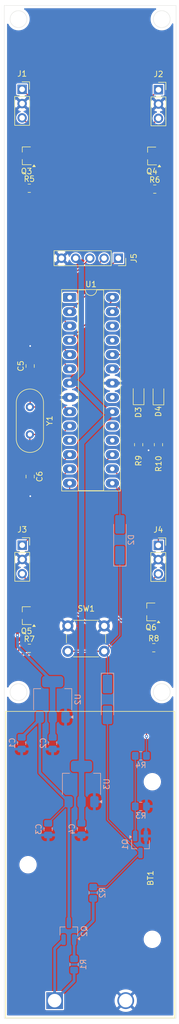
<source format=kicad_pcb>
(kicad_pcb (version 20241229) (generator "pcbnew") (generator_version "9.0")
  (layers (0 "F.Cu" signal) (2 "B.Cu" signal) (13 "F.Paste" user) (15 "B.Paste" user) (5 "F.SilkS" user "F.Silkscreen") (7 "B.SilkS" user "B.Silkscreen") (1 "F.Mask" user) (3 "B.Mask" user) (25 "Edge.Cuts" user))
  (net 0 "")
  (net 1 "+BATT")
  (net 2 "-BATT")
  (net 3 "+9V")
  (net 4 "+5V")
  (net 5 "+3.3V")
  (net 6 "XTAL1")
  (net 7 "XTAL2")
  (net 8 "Net-(D1-K)")
  (net 9 "Net-(D1-A)")
  (net 10 "POWER_OFF_SIGNAL")
  (net 11 "BT_STATUS")
  (net 12 "Net-(D3-K)")
  (net 13 "Net-(D4-K)")
  (net 14 "MCU_STATUS")
  (net 15 "Net-(J1-Pin_3)")
  (net 16 "Net-(J2-Pin_3)")
  (net 17 "Net-(J3-Pin_3)")
  (net 18 "Net-(J4-Pin_3)")
  (net 19 "TXD")
  (net 20 "STAT")
  (net 21 "RXD")
  (net 22 "Net-(Q1-B)")
  (net 23 "Net-(Q2-B)")
  (net 24 "Net-(Q3-B)")
  (net 25 "Net-(Q4-B)")
  (net 26 "Net-(Q5-B)")
  (net 27 "Net-(Q6-B)")
  (net 28 "POWER_CONTROL_PIN")
  (net 29 "IR_TOP_RIGHT")
  (net 30 "IR_BOTTOM_LEFT")
  (net 31 "IR_BOTTOM_RIGHT")
  (net 38 "IR_TOP_LEFT")
  (net 40 "IR_TOP_LEFT_PWR")
  (net 41 "IR_TOP_RIGHT_PWR")
  (net 42 "IR_BOTTOM_LEFT_PWR")
  (net 43 "IR_BOTTOM_RIGHT_PWR")
  (footprint "Connector_PinSocket_2.54mm:PinSocket_1x03_P2.54mm_Vertical" (layer "F.Cu") (at 82.95 50.87)
    (property "Reference" "J1" (at 0 -2.77 0) (layer "F.SilkS"))
    (property "Value" "Conn_01x03_Socket")
    (fp_line (start -1.33 1.27) (end -1.33 6.41) (stroke (width 0.12)) (layer "F.SilkS"))
    (fp_line (start -1.33 1.27) (end 1.33 1.27) (stroke (width 0.12)) (layer "F.SilkS"))
    (fp_line (start -1.33 6.41) (end 1.33 6.41) (stroke (width 0.12)) (layer "F.SilkS"))
    (fp_line (start 0 -1.33) (end 1.33 -1.33) (stroke (width 0.12)) (layer "F.SilkS"))
    (fp_line (start 1.33 -1.33) (end 1.33 0) (stroke (width 0.12)) (layer "F.SilkS"))
    (fp_line (start 1.33 1.27) (end 1.33 6.41) (stroke (width 0.12)) (layer "F.SilkS"))
    (pad "1" thru_hole rect (at 0 0) (size 1.7 1.7) (drill 1) (layers "*.Cu" "*.Mask") (net 38 "IR_TOP_LEFT"))
    (pad "2" thru_hole circle (at 0 2.54) (size 1.7 1.7) (drill 1) (layers "*.Cu" "*.Mask") (net 2 "-BATT"))
    (pad "3" thru_hole circle (at 0 5.08) (size 1.7 1.7) (drill 1) (layers "*.Cu" "*.Mask") (net 15 "Net-(J1-Pin_3)"))
  )
  (footprint "LED_SMD:LED_0805_2012Metric_Pad1.15x1.40mm_HandSolder" (layer "F.Cu") (at 107.31 105.095 90)
    (property "Reference" "D4" (at -3.02 -0.015 90) (layer "F.SilkS"))
    (property "Value" "LED")
    (fp_line (start 1 -0.96) (end -1.86 -0.96) (stroke (width 0.12)) (layer "F.SilkS"))
    (fp_line (start -1.86 -0.96) (end -1.86 0.96) (stroke (width 0.12)) (layer "F.SilkS"))
    (fp_line (start -1.86 0.96) (end 1 0.96) (stroke (width 0.12)) (layer "F.SilkS"))
    (pad "1" smd roundrect (at -1.025 0 90) (size 1.15 1.4) (layers "F.Cu" "F.Mask" "F.Paste") (roundrect_rratio 0.217391) (net 13 "Net-(D4-K)"))
    (pad "2" smd roundrect (at 1.025 0 90) (size 1.15 1.4) (layers "F.Cu" "F.Mask" "F.Paste") (roundrect_rratio 0.217391) (net 14 "MCU_STATUS"))
  )
  (footprint "Resistor_SMD:R_0805_2012Metric_Pad1.20x1.40mm_HandSolder" (layer "F.Cu") (at 106.65 68.61)
    (property "Reference" "R6" (at 0 -1.65 0) (layer "F.SilkS"))
    (property "Value" "2k2")
    (fp_line (start -0.227064 -0.735) (end 0.227064 -0.735) (stroke (width 0.12)) (layer "F.SilkS"))
    (fp_line (start -0.227064 0.735) (end 0.227064 0.735) (stroke (width 0.12)) (layer "F.SilkS"))
    (pad "1" smd roundrect (at -1 0) (size 1.2 1.4) (layers "F.Cu" "F.Mask" "F.Paste") (roundrect_rratio 0.208333) (net 41 "IR_TOP_RIGHT_PWR"))
    (pad "2" smd roundrect (at 1 0) (size 1.2 1.4) (layers "F.Cu" "F.Mask" "F.Paste") (roundrect_rratio 0.208333) (net 25 "Net-(Q4-B)"))
  )
  (footprint "Package_TO_SOT_SMD:SOT-23_Handsoldering" (layer "F.Cu") (at 83.74 144.41 180)
    (property "Reference" "Q5" (at 0 -2.75 0) (layer "F.SilkS"))
    (property "Value" "SS8050")
    (fp_line (start 0.76 1.58) (end 0.76 0.65) (stroke (width 0.12)) (layer "F.SilkS"))
    (fp_line (start 0.76 1.58) (end -0.7 1.58) (stroke (width 0.12)) (layer "F.SilkS"))
    (fp_line (start 0.76 -1.58) (end 0.76 -0.65) (stroke (width 0.12)) (layer "F.SilkS"))
    (fp_line (start -0.04 -1.58) (end 0.76 -1.58) (stroke (width 0.12)) (layer "F.SilkS"))
    (fp_line (start -0.04 -1.58) (end -0.84 -1.58) (stroke (width 0.12)) (layer "F.SilkS"))
    (fp_poly (pts (xy -1.34 -1.61) (xy -1.58 -1.94) (xy -1.1 -1.94) (xy -1.34 -1.61)) (stroke (width 0.12)) (fill yes) (layer "F.SilkS"))
    (pad "1" smd roundrect (at -1.5 -0.95 180) (size 1.9 0.8) (layers "F.Cu" "F.Mask" "F.Paste") (net 26 "Net-(Q5-B)"))
    (pad "2" smd roundrect (at -1.5 0.95 180) (size 1.9 0.8) (layers "F.Cu" "F.Mask" "F.Paste") (net 17 "Net-(J3-Pin_3)"))
    (pad "3" smd roundrect (at 1.5 0 180) (size 1.9 0.8) (layers "F.Cu" "F.Mask" "F.Paste") (net 4 "+5V"))
  )
  (footprint "Resistor_SMD:R_0805_2012Metric_Pad1.20x1.40mm_HandSolder" (layer "F.Cu") (at 106.47 150.1175)
    (property "Reference" "R8" (at 0 -1.65 0) (layer "F.SilkS"))
    (property "Value" "2k2")
    (fp_line (start -0.227064 -0.735) (end 0.227064 -0.735) (stroke (width 0.12)) (layer "F.SilkS"))
    (fp_line (start -0.227064 0.735) (end 0.227064 0.735) (stroke (width 0.12)) (layer "F.SilkS"))
    (pad "1" smd roundrect (at -1 0) (size 1.2 1.4) (layers "F.Cu" "F.Mask" "F.Paste") (roundrect_rratio 0.208333) (net 43 "IR_BOTTOM_RIGHT_PWR"))
    (pad "2" smd roundrect (at 1 0) (size 1.2 1.4) (layers "F.Cu" "F.Mask" "F.Paste") (roundrect_rratio 0.208333) (net 27 "Net-(Q6-B)"))
  )
  (footprint "Connector_PinSocket_2.54mm:PinSocket_1x05_P2.54mm_Vertical" (layer "F.Cu") (at 100.14 80.89 -90)
    (property "Reference" "J5" (at 0 -2.77 90) (layer "F.SilkS"))
    (property "Value" "Conn_01x05_Socket")
    (fp_line (start -1.33 11.49) (end 1.33 11.49) (stroke (width 0.12)) (layer "F.SilkS"))
    (fp_line (start -1.33 1.27) (end -1.33 11.49) (stroke (width 0.12)) (layer "F.SilkS"))
    (fp_line (start -1.33 1.27) (end 1.33 1.27) (stroke (width 0.12)) (layer "F.SilkS"))
    (fp_line (start 1.33 1.27) (end 1.33 11.49) (stroke (width 0.12)) (layer "F.SilkS"))
    (fp_line (start 0 -1.33) (end 1.33 -1.33) (stroke (width 0.12)) (layer "F.SilkS"))
    (fp_line (start 1.33 -1.33) (end 1.33 0) (stroke (width 0.12)) (layer "F.SilkS"))
    (pad "1" thru_hole rect (at 0 0 270) (size 1.7 1.7) (drill 1) (layers "*.Cu" "*.Mask") (net 20 "STAT"))
    (pad "2" thru_hole circle (at 0 2.54 270) (size 1.7 1.7) (drill 1) (layers "*.Cu" "*.Mask") (net 19 "TXD"))
    (pad "3" thru_hole circle (at 0 5.08 270) (size 1.7 1.7) (drill 1) (layers "*.Cu" "*.Mask") (net 21 "RXD"))
    (pad "4" thru_hole circle (at 0 7.62 270) (size 1.7 1.7) (drill 1) (layers "*.Cu" "*.Mask") (net 5 "+3.3V"))
    (pad "5" thru_hole circle (at 0 10.16 270) (size 1.7 1.7) (drill 1) (layers "*.Cu" "*.Mask") (net 2 "-BATT"))
  )
  (footprint "LED_SMD:LED_0805_2012Metric_Pad1.15x1.40mm_HandSolder" (layer "F.Cu") (at 103.76 105.065 90)
    (property "Reference" "D3" (at -3.225 -0.04 90) (layer "F.SilkS"))
    (property "Value" "LED")
    (fp_line (start 1 -0.96) (end -1.86 -0.96) (stroke (width 0.12)) (layer "F.SilkS"))
    (fp_line (start -1.86 -0.96) (end -1.86 0.96) (stroke (width 0.12)) (layer "F.SilkS"))
    (fp_line (start -1.86 0.96) (end 1 0.96) (stroke (width 0.12)) (layer "F.SilkS"))
    (pad "1" smd roundrect (at -1.025 0 90) (size 1.15 1.4) (layers "F.Cu" "F.Mask" "F.Paste") (roundrect_rratio 0.217391) (net 12 "Net-(D3-K)"))
    (pad "2" smd roundrect (at 1.025 0 90) (size 1.15 1.4) (layers "F.Cu" "F.Mask" "F.Paste") (roundrect_rratio 0.217391) (net 11 "BT_STATUS"))
  )
  (footprint "Package_TO_SOT_SMD:SOT-23_Handsoldering" (layer "F.Cu") (at 106.13 62.72 180)
    (property "Reference" "Q4" (at 0 -2.75 0) (layer "F.SilkS"))
    (property "Value" "SS8050")
    (fp_line (start 0.76 1.58) (end 0.76 0.65) (stroke (width 0.12)) (layer "F.SilkS"))
    (fp_line (start 0.76 1.58) (end -0.7 1.58) (stroke (width 0.12)) (layer "F.SilkS"))
    (fp_line (start 0.76 -1.58) (end 0.76 -0.65) (stroke (width 0.12)) (layer "F.SilkS"))
    (fp_line (start -0.04 -1.58) (end 0.76 -1.58) (stroke (width 0.12)) (layer "F.SilkS"))
    (fp_line (start -0.04 -1.58) (end -0.84 -1.58) (stroke (width 0.12)) (layer "F.SilkS"))
    (fp_poly (pts (xy -1.34 -1.61) (xy -1.58 -1.94) (xy -1.1 -1.94) (xy -1.34 -1.61)) (stroke (width 0.12)) (fill yes) (layer "F.SilkS"))
    (pad "1" smd roundrect (at -1.5 -0.95 180) (size 1.9 0.8) (layers "F.Cu" "F.Mask" "F.Paste") (net 25 "Net-(Q4-B)"))
    (pad "2" smd roundrect (at -1.5 0.95 180) (size 1.9 0.8) (layers "F.Cu" "F.Mask" "F.Paste") (net 16 "Net-(J2-Pin_3)"))
    (pad "3" smd roundrect (at 1.5 0 180) (size 1.9 0.8) (layers "F.Cu" "F.Mask" "F.Paste") (net 4 "+5V"))
  )
  (footprint "Connector_PinSocket_2.54mm:PinSocket_1x03_P2.54mm_Vertical" (layer "F.Cu") (at 82.97 131.89)
    (property "Reference" "J3" (at 0 -2.77 0) (layer "F.SilkS"))
    (property "Value" "Conn_01x03_Socket")
    (fp_line (start -1.33 1.27) (end -1.33 6.41) (stroke (width 0.12)) (layer "F.SilkS"))
    (fp_line (start -1.33 1.27) (end 1.33 1.27) (stroke (width 0.12)) (layer "F.SilkS"))
    (fp_line (start -1.33 6.41) (end 1.33 6.41) (stroke (width 0.12)) (layer "F.SilkS"))
    (fp_line (start 0 -1.33) (end 1.33 -1.33) (stroke (width 0.12)) (layer "F.SilkS"))
    (fp_line (start 1.33 -1.33) (end 1.33 0) (stroke (width 0.12)) (layer "F.SilkS"))
    (fp_line (start 1.33 1.27) (end 1.33 6.41) (stroke (width 0.12)) (layer "F.SilkS"))
    (pad "1" thru_hole rect (at 0 0) (size 1.7 1.7) (drill 1) (layers "*.Cu" "*.Mask") (net 30 "IR_BOTTOM_LEFT"))
    (pad "2" thru_hole circle (at 0 2.54) (size 1.7 1.7) (drill 1) (layers "*.Cu" "*.Mask") (net 2 "-BATT"))
    (pad "3" thru_hole circle (at 0 5.08) (size 1.7 1.7) (drill 1) (layers "*.Cu" "*.Mask") (net 17 "Net-(J3-Pin_3)"))
  )
  (footprint "Resistor_SMD:R_0805_2012Metric_Pad1.20x1.40mm_HandSolder" (layer "F.Cu") (at 103.77 114.03 90)
    (property "Reference" "R9" (at -2.85 -0.02 90) (layer "F.SilkS"))
    (property "Value" "1k")
    (fp_line (start -0.227064 -0.735) (end 0.227064 -0.735) (stroke (width 0.12)) (layer "F.SilkS"))
    (fp_line (start -0.227064 0.735) (end 0.227064 0.735) (stroke (width 0.12)) (layer "F.SilkS"))
    (pad "1" smd roundrect (at -1 0 90) (size 1.2 1.4) (layers "F.Cu" "F.Mask" "F.Paste") (roundrect_rratio 0.208333) (net 2 "-BATT"))
    (pad "2" smd roundrect (at 1 0 90) (size 1.2 1.4) (layers "F.Cu" "F.Mask" "F.Paste") (roundrect_rratio 0.208333) (net 12 "Net-(D3-K)"))
  )
  (footprint "Capacitor_SMD:C_0805_2012Metric_Pad1.18x1.45mm_HandSolder" (layer "F.Cu") (at 84.387 100.0481 90)
    (property "Reference" "C5" (at 0 -1.68 90) (layer "F.SilkS"))
    (property "Value" "22pF")
    (fp_line (start -0.261252 -0.735) (end 0.261252 -0.735) (stroke (width 0.12)) (layer "F.SilkS"))
    (fp_line (start -0.261252 0.735) (end 0.261252 0.735) (stroke (width 0.12)) (layer "F.SilkS"))
    (pad "1" smd roundrect (at -1.0375 0 90) (size 1.175 1.45) (layers "F.Cu" "F.Mask" "F.Paste") (roundrect_rratio 0.212766) (net 6 "XTAL1"))
    (pad "2" smd roundrect (at 1.0375 0 90) (size 1.175 1.45) (layers "F.Cu" "F.Mask" "F.Paste") (roundrect_rratio 0.212766) (net 2 "-BATT"))
  )
  (footprint "Capacitor_SMD:C_0805_2012Metric_Pad1.18x1.45mm_HandSolder" (layer "F.Cu") (at 84.387 119.6906 -90)
    (property "Reference" "C6" (at 0 -1.68 90) (layer "F.SilkS"))
    (property "Value" "22pF")
    (fp_line (start -0.261252 0.735) (end 0.261252 0.735) (stroke (width 0.12)) (layer "F.SilkS"))
    (fp_line (start -0.261252 -0.735) (end 0.261252 -0.735) (stroke (width 0.12)) (layer "F.SilkS"))
    (pad "1" smd roundrect (at -1.0375 0 270) (size 1.175 1.45) (layers "F.Cu" "F.Mask" "F.Paste") (roundrect_rratio 0.212766) (net 7 "XTAL2"))
    (pad "2" smd roundrect (at 1.0375 0 270) (size 1.175 1.45) (layers "F.Cu" "F.Mask" "F.Paste") (roundrect_rratio 0.212766) (net 2 "-BATT"))
  )
  (footprint "Battery:BatteryHolder_Eagle_12BH611-GR" (layer "F.Cu") (at 88.7598 212.832 -90)
    (property "Reference" "BT1" (at -21.772 -17.1302 90) (layer "F.SilkS"))
    (property "Value" "Battery_Cell")
    (fp_line (start -51.4 8.75) (end -51.4 -21.45) (stroke (width 0.12)) (layer "F.SilkS"))
    (fp_line (start 3.1 8.75) (end -51.4 8.75) (stroke (width 0.12)) (layer "F.SilkS"))
    (fp_line (start -51.4 -21.45) (end 3.1 -21.45) (stroke (width 0.12)) (layer "F.SilkS"))
    (fp_line (start 3.1 -21.45) (end 3.1 8.75) (stroke (width 0.12)) (layer "F.SilkS"))
    (pad "" np_thru_hole circle (at -38.9 -17.45 270) (size 2.6 2.6) (drill 2.6) (layers "*.Cu" "*.Mask"))
    (pad "" np_thru_hole circle (at -24.15 4.75 270) (size 2.6 2.6) (drill 2.6) (layers "*.Cu" "*.Mask"))
    (pad "" np_thru_hole circle (at -10.9 -17.45 270) (size 2.6 2.6) (drill 2.6) (layers "*.Cu" "*.Mask"))
    (pad "1" thru_hole rect (at 0 0 270) (size 3 3) (drill 2.4) (layers "*.Cu" "*.Mask") (net 1 "+BATT"))
    (pad "2" thru_hole circle (at 0 -12.7 270) (size 3 3) (drill 2.4) (layers "*.Cu" "*.Mask") (net 2 "-BATT"))
  )
  (footprint "Connector_PinSocket_2.54mm:PinSocket_1x03_P2.54mm_Vertical" (layer "F.Cu") (at 107.28 131.92)
    (property "Reference" "J4" (at 0 -2.77 0) (layer "F.SilkS"))
    (property "Value" "Conn_01x03_Socket")
    (fp_line (start -1.33 1.27) (end -1.33 6.41) (stroke (width 0.12)) (layer "F.SilkS"))
    (fp_line (start -1.33 1.27) (end 1.33 1.27) (stroke (width 0.12)) (layer "F.SilkS"))
    (fp_line (start -1.33 6.41) (end 1.33 6.41) (stroke (width 0.12)) (layer "F.SilkS"))
    (fp_line (start 0 -1.33) (end 1.33 -1.33) (stroke (width 0.12)) (layer "F.SilkS"))
    (fp_line (start 1.33 -1.33) (end 1.33 0) (stroke (width 0.12)) (layer "F.SilkS"))
    (fp_line (start 1.33 1.27) (end 1.33 6.41) (stroke (width 0.12)) (layer "F.SilkS"))
    (pad "1" thru_hole rect (at 0 0) (size 1.7 1.7) (drill 1) (layers "*.Cu" "*.Mask") (net 31 "IR_BOTTOM_RIGHT"))
    (pad "2" thru_hole circle (at 0 2.54) (size 1.7 1.7) (drill 1) (layers "*.Cu" "*.Mask") (net 2 "-BATT"))
    (pad "3" thru_hole circle (at 0 5.08) (size 1.7 1.7) (drill 1) (layers "*.Cu" "*.Mask") (net 18 "Net-(J4-Pin_3)"))
  )
  (footprint "Resistor_SMD:R_0805_2012Metric_Pad1.20x1.40mm_HandSolder" (layer "F.Cu") (at 84.23 68.4575)
    (property "Reference" "R5" (at 0 -1.65 0) (layer "F.SilkS"))
    (property "Value" "2k2")
    (fp_line (start -0.227064 -0.735) (end 0.227064 -0.735) (stroke (width 0.12)) (layer "F.SilkS"))
    (fp_line (start -0.227064 0.735) (end 0.227064 0.735) (stroke (width 0.12)) (layer "F.SilkS"))
    (pad "1" smd roundrect (at -1 0) (size 1.2 1.4) (layers "F.Cu" "F.Mask" "F.Paste") (roundrect_rratio 0.208333) (net 40 "IR_TOP_LEFT_PWR"))
    (pad "2" smd roundrect (at 1 0) (size 1.2 1.4) (layers "F.Cu" "F.Mask" "F.Paste") (roundrect_rratio 0.208333) (net 24 "Net-(Q3-B)"))
  )
  (footprint "Crystal:Crystal_HC49-4H_Vertical" (layer "F.Cu") (at 84.338 107.3318 -90)
    (property "Reference" "Y1" (at 2.44 -3.52 90) (layer "F.SilkS"))
    (property "Value" "9.6MHz")
    (fp_line (start -0.76 2.435) (end 5.64 2.435) (stroke (width 0.12)) (layer "F.SilkS"))
    (fp_line (start -0.76 -2.435) (end 5.64 -2.435) (stroke (width 0.12)) (layer "F.SilkS"))
    (fp_arc (start -0.76 2.435) (mid -3.195 0) (end -0.76 -2.435) (stroke (width 0.12)) (layer "F.SilkS"))
    (fp_arc (start 5.64 -2.435) (mid 8.075 0) (end 5.64 2.435) (stroke (width 0.12)) (layer "F.SilkS"))
    (pad "1" thru_hole circle (at 0 0 270) (size 1.5 1.5) (drill 0.8) (layers "*.Cu" "*.Mask") (net 6 "XTAL1"))
    (pad "2" thru_hole circle (at 4.88 0 270) (size 1.5 1.5) (drill 0.8) (layers "*.Cu" "*.Mask") (net 7 "XTAL2"))
  )
  (footprint "Package_DIP:DIP-28_W7.62mm_Socket_LongPads" (layer "F.Cu") (at 91.45 87.85)
    (property "Reference" "U1" (at 3.81 -2.33 0) (layer "F.SilkS"))
    (property "Value" "ATmega328P-P")
    (fp_line (start 1.56 -1.33) (end 1.56 34.35) (stroke (width 0.12)) (layer "F.SilkS"))
    (fp_line (start 1.56 34.35) (end 6.06 34.35) (stroke (width 0.12)) (layer "F.SilkS"))
    (fp_line (start 2.81 -1.33) (end 1.56 -1.33) (stroke (width 0.12)) (layer "F.SilkS"))
    (fp_line (start 6.06 -1.33) (end 4.81 -1.33) (stroke (width 0.12)) (layer "F.SilkS"))
    (fp_line (start 6.06 34.35) (end 6.06 -1.33) (stroke (width 0.12)) (layer "F.SilkS"))
    (fp_rect (start -1.44 -1.39) (end 9.06 34.41) (stroke (width 0.12)) (fill no) (layer "F.SilkS"))
    (fp_arc (start 4.81 -1.33) (mid 3.81 -0.33) (end 2.81 -1.33) (stroke (width 0.12)) (layer "F.SilkS"))
    (pad "1" thru_hole roundrect (at 0 0) (size 2.4 1.6) (drill 0.8) (layers "*.Cu" "*.Mask") (roundrect_rratio 0.15625))
    (pad "2" thru_hole oval (at 0 2.54) (size 2.4 1.6) (drill 0.8) (layers "*.Cu" "*.Mask") (net 19 "TXD"))
    (pad "3" thru_hole oval (at 0 5.08) (size 2.4 1.6) (drill 0.8) (layers "*.Cu" "*.Mask") (net 21 "RXD"))
    (pad "4" thru_hole oval (at 0 7.62) (size 2.4 1.6) (drill 0.8) (layers "*.Cu" "*.Mask") (net 20 "STAT"))
    (pad "5" thru_hole oval (at 0 10.16) (size 2.4 1.6) (drill 0.8) (layers "*.Cu" "*.Mask") (net 38 "IR_TOP_LEFT"))
    (pad "6" thru_hole oval (at 0 12.7) (size 2.4 1.6) (drill 0.8) (layers "*.Cu" "*.Mask") (net 40 "IR_TOP_LEFT_PWR"))
    (pad "7" thru_hole oval (at 0 15.24) (size 2.4 1.6) (drill 0.8) (layers "*.Cu" "*.Mask") (net 5 "+3.3V"))
    (pad "8" thru_hole oval (at 0 17.78) (size 2.4 1.6) (drill 0.8) (layers "*.Cu" "*.Mask") (net 2 "-BATT"))
    (pad "9" thru_hole oval (at 0 20.32) (size 2.4 1.6) (drill 0.8) (layers "*.Cu" "*.Mask") (net 6 "XTAL1"))
    (pad "10" thru_hole oval (at 0 22.86) (size 2.4 1.6) (drill 0.8) (layers "*.Cu" "*.Mask") (net 7 "XTAL2"))
    (pad "11" thru_hole oval (at 0 25.4) (size 2.4 1.6) (drill 0.8) (layers "*.Cu" "*.Mask"))
    (pad "12" thru_hole oval (at 0 27.94) (size 2.4 1.6) (drill 0.8) (layers "*.Cu" "*.Mask") (net 30 "IR_BOTTOM_LEFT"))
    (pad "13" thru_hole oval (at 0 30.48) (size 2.4 1.6) (drill 0.8) (layers "*.Cu" "*.Mask") (net 42 "IR_BOTTOM_LEFT_PWR"))
    (pad "14" thru_hole oval (at 0 33.02) (size 2.4 1.6) (drill 0.8) (layers "*.Cu" "*.Mask") (net 28 "POWER_CONTROL_PIN"))
    (pad "15" thru_hole oval (at 7.62 33.02) (size 2.4 1.6) (drill 0.8) (layers "*.Cu" "*.Mask") (net 10 "POWER_OFF_SIGNAL"))
    (pad "16" thru_hole oval (at 7.62 30.48) (size 2.4 1.6) (drill 0.8) (layers "*.Cu" "*.Mask") (net 31 "IR_BOTTOM_RIGHT"))
    (pad "17" thru_hole oval (at 7.62 27.94) (size 2.4 1.6) (drill 0.8) (layers "*.Cu" "*.Mask") (net 43 "IR_BOTTOM_RIGHT_PWR"))
    (pad "18" thru_hole oval (at 7.62 25.4) (size 2.4 1.6) (drill 0.8) (layers "*.Cu" "*.Mask"))
    (pad "19" thru_hole oval (at 7.62 22.86) (size 2.4 1.6) (drill 0.8) (layers "*.Cu" "*.Mask"))
    (pad "20" thru_hole oval (at 7.62 20.32) (size 2.4 1.6) (drill 0.8) (layers "*.Cu" "*.Mask") (net 5 "+3.3V"))
    (pad "21" thru_hole oval (at 7.62 17.78) (size 2.4 1.6) (drill 0.8) (layers "*.Cu" "*.Mask"))
    (pad "22" thru_hole oval (at 7.62 15.24) (size 2.4 1.6) (drill 0.8) (layers "*.Cu" "*.Mask") (net 2 "-BATT"))
    (pad "23" thru_hole oval (at 7.62 12.7) (size 2.4 1.6) (drill 0.8) (layers "*.Cu" "*.Mask") (net 11 "BT_STATUS"))
    (pad "24" thru_hole oval (at 7.62 10.16) (size 2.4 1.6) (drill 0.8) (layers "*.Cu" "*.Mask") (net 14 "MCU_STATUS"))
    (pad "25" thru_hole oval (at 7.62 7.62) (size 2.4 1.6) (drill 0.8) (layers "*.Cu" "*.Mask"))
    (pad "26" thru_hole oval (at 7.62 5.08) (size 2.4 1.6) (drill 0.8) (layers "*.Cu" "*.Mask"))
    (pad "27" thru_hole oval (at 7.62 2.54) (size 2.4 1.6) (drill 0.8) (layers "*.Cu" "*.Mask") (net 29 "IR_TOP_RIGHT"))
    (pad "28" thru_hole oval (at 7.62 0) (size 2.4 1.6) (drill 0.8) (layers "*.Cu" "*.Mask") (net 41 "IR_TOP_RIGHT_PWR"))
  )
  (footprint "Resistor_SMD:R_0805_2012Metric_Pad1.20x1.40mm_HandSolder" (layer "F.Cu") (at 107.31 114.03 90)
    (property "Reference" "R10" (at -3.38 0.02 90) (layer "F.SilkS"))
    (property "Value" "1k")
    (fp_line (start -0.227064 -0.735) (end 0.227064 -0.735) (stroke (width 0.12)) (layer "F.SilkS"))
    (fp_line (start -0.227064 0.735) (end 0.227064 0.735) (stroke (width 0.12)) (layer "F.SilkS"))
    (pad "1" smd roundrect (at -1 0 90) (size 1.2 1.4) (layers "F.Cu" "F.Mask" "F.Paste") (roundrect_rratio 0.208333) (net 2 "-BATT"))
    (pad "2" smd roundrect (at 1 0 90) (size 1.2 1.4) (layers "F.Cu" "F.Mask" "F.Paste") (roundrect_rratio 0.208333) (net 13 "Net-(D4-K)"))
  )
  (footprint "Package_TO_SOT_SMD:SOT-23_Handsoldering" (layer "F.Cu") (at 105.98 143.7475 180)
    (property "Reference" "Q6" (at 0 -2.75 0) (layer "F.SilkS"))
    (property "Value" "SS8050")
    (fp_line (start 0.76 1.58) (end 0.76 0.65) (stroke (width 0.12)) (layer "F.SilkS"))
    (fp_line (start 0.76 1.58) (end -0.7 1.58) (stroke (width 0.12)) (layer "F.SilkS"))
    (fp_line (start 0.76 -1.58) (end 0.76 -0.65) (stroke (width 0.12)) (layer "F.SilkS"))
    (fp_line (start -0.04 -1.58) (end 0.76 -1.58) (stroke (width 0.12)) (layer "F.SilkS"))
    (fp_line (start -0.04 -1.58) (end -0.84 -1.58) (stroke (width 0.12)) (layer "F.SilkS"))
    (fp_poly (pts (xy -1.34 -1.61) (xy -1.58 -1.94) (xy -1.1 -1.94) (xy -1.34 -1.61)) (stroke (width 0.12)) (fill yes) (layer "F.SilkS"))
    (pad "1" smd roundrect (at -1.5 -0.95 180) (size 1.9 0.8) (layers "F.Cu" "F.Mask" "F.Paste") (net 27 "Net-(Q6-B)"))
    (pad "2" smd roundrect (at -1.5 0.95 180) (size 1.9 0.8) (layers "F.Cu" "F.Mask" "F.Paste") (net 18 "Net-(J4-Pin_3)"))
    (pad "3" smd roundrect (at 1.5 0 180) (size 1.9 0.8) (layers "F.Cu" "F.Mask" "F.Paste") (net 4 "+5V"))
  )
  (footprint "Package_TO_SOT_SMD:SOT-23_Handsoldering" (layer "F.Cu") (at 83.74 62.6875 180)
    (property "Reference" "Q3" (at 0 -2.75 0) (layer "F.SilkS"))
    (property "Value" "SS8050")
    (fp_line (start 0.76 1.58) (end 0.76 0.65) (stroke (width 0.12)) (layer "F.SilkS"))
    (fp_line (start 0.76 1.58) (end -0.7 1.58) (stroke (width 0.12)) (layer "F.SilkS"))
    (fp_line (start 0.76 -1.58) (end 0.76 -0.65) (stroke (width 0.12)) (layer "F.SilkS"))
    (fp_line (start -0.04 -1.58) (end 0.76 -1.58) (stroke (width 0.12)) (layer "F.SilkS"))
    (fp_line (start -0.04 -1.58) (end -0.84 -1.58) (stroke (width 0.12)) (layer "F.SilkS"))
    (fp_poly (pts (xy -1.34 -1.61) (xy -1.58 -1.94) (xy -1.1 -1.94) (xy -1.34 -1.61)) (stroke (width 0.12)) (fill yes) (layer "F.SilkS"))
    (pad "1" smd roundrect (at -1.5 -0.95 180) (size 1.9 0.8) (layers "F.Cu" "F.Mask" "F.Paste") (net 24 "Net-(Q3-B)"))
    (pad "2" smd roundrect (at -1.5 0.95 180) (size 1.9 0.8) (layers "F.Cu" "F.Mask" "F.Paste") (net 15 "Net-(J1-Pin_3)"))
    (pad "3" smd roundrect (at 1.5 0 180) (size 1.9 0.8) (layers "F.Cu" "F.Mask" "F.Paste") (net 4 "+5V"))
  )
  (footprint "Button_Switch_THT:SW_PUSH_6mm_H5mm" (layer "F.Cu") (at 91.12 146.24)
    (property "Reference" "SW1" (at 3.28 -3.07 0) (layer "F.SilkS"))
    (property "Value" "SW_Push")
    (fp_line (start -0.25 1.5) (end -0.25 3) (stroke (width 0.12)) (layer "F.SilkS"))
    (fp_line (start 1 5.5) (end 5.5 5.5) (stroke (width 0.12)) (layer "F.SilkS"))
    (fp_line (start 5.5 -1) (end 1 -1) (stroke (width 0.12)) (layer "F.SilkS"))
    (fp_line (start 6.75 3) (end 6.75 1.5) (stroke (width 0.12)) (layer "F.SilkS"))
    (pad "1" thru_hole circle (at 0 0 90) (size 2 2) (drill 1.1) (layers "*.Cu" "*.Mask") (net 2 "-BATT"))
    (pad "1" thru_hole circle (at 6.5 0 90) (size 2 2) (drill 1.1) (layers "*.Cu" "*.Mask") (net 2 "-BATT"))
    (pad "2" thru_hole circle (at 0 4.5 90) (size 2 2) (drill 1.1) (layers "*.Cu" "*.Mask") (net 8 "Net-(D1-K)"))
    (pad "2" thru_hole circle (at 6.5 4.5 90) (size 2 2) (drill 1.1) (layers "*.Cu" "*.Mask") (net 8 "Net-(D1-K)"))
  )
  (footprint "Connector_PinSocket_2.54mm:PinSocket_1x03_P2.54mm_Vertical" (layer "F.Cu") (at 107.31 50.95)
    (property "Reference" "J2" (at 0 -2.77 0) (layer "F.SilkS"))
    (property "Value" "Conn_01x03_Socket")
    (fp_line (start -1.33 1.27) (end -1.33 6.41) (stroke (width 0.12)) (layer "F.SilkS"))
    (fp_line (start -1.33 1.27) (end 1.33 1.27) (stroke (width 0.12)) (layer "F.SilkS"))
    (fp_line (start -1.33 6.41) (end 1.33 6.41) (stroke (width 0.12)) (layer "F.SilkS"))
    (fp_line (start 0 -1.33) (end 1.33 -1.33) (stroke (width 0.12)) (layer "F.SilkS"))
    (fp_line (start 1.33 -1.33) (end 1.33 0) (stroke (width 0.12)) (layer "F.SilkS"))
    (fp_line (start 1.33 1.27) (end 1.33 6.41) (stroke (width 0.12)) (layer "F.SilkS"))
    (pad "1" thru_hole rect (at 0 0) (size 1.7 1.7) (drill 1) (layers "*.Cu" "*.Mask") (net 29 "IR_TOP_RIGHT"))
    (pad "2" thru_hole circle (at 0 2.54) (size 1.7 1.7) (drill 1) (layers "*.Cu" "*.Mask") (net 2 "-BATT"))
    (pad "3" thru_hole circle (at 0 5.08) (size 1.7 1.7) (drill 1) (layers "*.Cu" "*.Mask") (net 16 "Net-(J2-Pin_3)"))
  )
  (footprint "Resistor_SMD:R_0805_2012Metric_Pad1.20x1.40mm_HandSolder" (layer "F.Cu") (at 84.24 150.22)
    (property "Reference" "R7" (at 0 -1.65 0) (layer "F.SilkS"))
    (property "Value" "2k2")
    (fp_line (start -0.227064 -0.735) (end 0.227064 -0.735) (stroke (width 0.12)) (layer "F.SilkS"))
    (fp_line (start -0.227064 0.735) (end 0.227064 0.735) (stroke (width 0.12)) (layer "F.SilkS"))
    (pad "1" smd roundrect (at -1 0) (size 1.2 1.4) (layers "F.Cu" "F.Mask" "F.Paste") (roundrect_rratio 0.208333) (net 42 "IR_BOTTOM_LEFT_PWR"))
    (pad "2" smd roundrect (at 1 0) (size 1.2 1.4) (layers "F.Cu" "F.Mask" "F.Paste") (roundrect_rratio 0.208333) (net 26 "Net-(Q5-B)"))
  )
  (footprint "Diode_SMD:D_MiniMELF_Handsoldering" (layer "B.Cu") (at 98.2 159.3 -90)
    (property "Reference" "D1" (hide yes))
    (property "Value" "LL4148")
    (fp_line (start -4.66 1.11) (end -4.66 -1.11) (stroke (width 0.12)) (layer "B.SilkS"))
    (fp_line (start 2.75 1.11) (end -4.66 1.11) (stroke (width 0.12)) (layer "B.SilkS"))
    (fp_line (start -4.66 -1.11) (end 2.75 -1.11) (stroke (width 0.12)) (layer "B.SilkS"))
    (pad "1" smd roundrect (at -2.75 0 270) (size 3.3 1.7) (layers "B.Cu" "B.Mask" "B.Paste") (roundrect_rratio 0.1470588235) (net 8 "Net-(D1-K)"))
    (pad "2" smd roundrect (at 2.75 0 270) (size 3.3 1.7) (layers "B.Cu" "B.Mask" "B.Paste") (roundrect_rratio 0.1470588235) (net 9 "Net-(D1-A)"))
  )
  (footprint "Diode_SMD:D_MiniMELF_Handsoldering" (layer "B.Cu") (at 100.42 130.94 90)
    (property "Reference" "D2" (at 0 2 90) (layer "B.SilkS") (effects (justify mirror)))
    (property "Value" "LL4148")
    (fp_line (start -4.66 -1.11) (end 2.75 -1.11) (stroke (width 0.12)) (layer "B.SilkS"))
    (fp_line (start 2.75 1.11) (end -4.66 1.11) (stroke (width 0.12)) (layer "B.SilkS"))
    (fp_line (start -4.66 1.11) (end -4.66 -1.11) (stroke (width 0.12)) (layer "B.SilkS"))
    (pad "1" smd roundrect (at -2.75 0 90) (size 3.3 1.7) (layers "B.Cu" "B.Mask" "B.Paste") (roundrect_rratio 0.1470588235) (net 8 "Net-(D1-K)"))
    (pad "2" smd roundrect (at 2.75 0 90) (size 3.3 1.7) (layers "B.Cu" "B.Mask" "B.Paste") (roundrect_rratio 0.1470588235) (net 10 "POWER_OFF_SIGNAL"))
  )
  (footprint "Resistor_SMD:R_0805_2012Metric_Pad1.20x1.40mm_HandSolder" (layer "B.Cu") (at 104.16 178.32)
    (property "Reference" "R3" (at 0 1.65 0) (layer "B.SilkS") (effects (justify mirror)))
    (property "Value" "67k")
    (fp_line (start -0.227064 -0.735) (end 0.227064 -0.735) (stroke (width 0.12)) (layer "B.SilkS"))
    (fp_line (start -0.227064 0.735) (end 0.227064 0.735) (stroke (width 0.12)) (layer "B.SilkS"))
    (pad "1" smd roundrect (at -1 0) (size 1.2 1.4) (layers "B.Cu" "B.Mask" "B.Paste") (roundrect_rratio 0.208333) (net 22 "Net-(Q1-B)"))
    (pad "2" smd roundrect (at 1 0) (size 1.2 1.4) (layers "B.Cu" "B.Mask" "B.Paste") (roundrect_rratio 0.208333) (net 2 "-BATT"))
  )
  (footprint "Capacitor_SMD:C_0805_2012Metric_Pad1.18x1.45mm_HandSolder" (layer "B.Cu") (at 82.87 167.0775 -90)
    (property "Reference" "C1" (at 0 1.68 90) (layer "B.SilkS") (effects (justify mirror)))
    (property "Value" "10uF")
    (fp_line (start -0.261252 0.735) (end 0.261252 0.735) (stroke (width 0.12)) (layer "B.SilkS"))
    (fp_line (start -0.261252 -0.735) (end 0.261252 -0.735) (stroke (width 0.12)) (layer "B.SilkS"))
    (pad "1" smd roundrect (at -1.0375 0 270) (size 1.175 1.45) (layers "B.Cu" "B.Mask" "B.Paste") (roundrect_rratio 0.212766) (net 3 "+9V"))
    (pad "2" smd roundrect (at 1.0375 0 270) (size 1.175 1.45) (layers "B.Cu" "B.Mask" "B.Paste") (roundrect_rratio 0.212766) (net 2 "-BATT"))
  )
  (footprint "Capacitor_SMD:C_0805_2012Metric_Pad1.18x1.45mm_HandSolder" (layer "B.Cu") (at 88.4 167.0775 -90)
    (property "Reference" "C2" (at 0 1.68 90) (layer "B.SilkS") (effects (justify mirror)))
    (property "Value" "22uF")
    (fp_line (start -0.261252 0.735) (end 0.261252 0.735) (stroke (width 0.12)) (layer "B.SilkS"))
    (fp_line (start -0.261252 -0.735) (end 0.261252 -0.735) (stroke (width 0.12)) (layer "B.SilkS"))
    (pad "1" smd roundrect (at -1.0375 0 270) (size 1.175 1.45) (layers "B.Cu" "B.Mask" "B.Paste") (roundrect_rratio 0.212766) (net 4 "+5V"))
    (pad "2" smd roundrect (at 1.0375 0 270) (size 1.175 1.45) (layers "B.Cu" "B.Mask" "B.Paste") (roundrect_rratio 0.212766) (net 2 "-BATT"))
  )
  (footprint "Capacitor_SMD:C_0805_2012Metric_Pad1.18x1.45mm_HandSolder" (layer "B.Cu") (at 93.55 182.3375 -90)
    (property "Reference" "C4" (at 0 1.68 90) (layer "B.SilkS") (effects (justify mirror)))
    (property "Value" "22uF")
    (fp_line (start -0.261252 0.735) (end 0.261252 0.735) (stroke (width 0.12)) (layer "B.SilkS"))
    (fp_line (start -0.261252 -0.735) (end 0.261252 -0.735) (stroke (width 0.12)) (layer "B.SilkS"))
    (pad "1" smd roundrect (at -1.0375 0 270) (size 1.175 1.45) (layers "B.Cu" "B.Mask" "B.Paste") (roundrect_rratio 0.212766) (net 5 "+3.3V"))
    (pad "2" smd roundrect (at 1.0375 0 270) (size 1.175 1.45) (layers "B.Cu" "B.Mask" "B.Paste") (roundrect_rratio 0.212766) (net 2 "-BATT"))
  )
  (footprint "Package_TO_SOT_SMD:SOT-223-3_TabPin2" (layer "B.Cu") (at 93.56 174.34 90)
    (property "Reference" "U3" (at 0 4.5 90) (layer "B.SilkS") (effects (justify mirror)))
    (property "Value" "AMS1117-3.3")
    (fp_line (start 1.91 -3.41) (end 1.91 -2.15) (stroke (width 0.12)) (layer "B.SilkS"))
    (fp_line (start -1.85 -3.41) (end 1.91 -3.41) (stroke (width 0.12)) (layer "B.SilkS"))
    (fp_line (start 1.91 3.41) (end 1.91 2.15) (stroke (width 0.12)) (layer "B.SilkS"))
    (fp_line (start -1.85 3.41) (end 1.91 3.41) (stroke (width 0.12)) (layer "B.SilkS"))
    (fp_poly (pts (xy -3.13 3.31) (xy -3.37 3.64) (xy -2.89 3.64) (xy -3.13 3.31)) (stroke (width 0.12)) (fill yes) (layer "B.SilkS"))
    (pad "1" smd roundrect (at -3.15 2.3 90) (size 2 1.5) (layers "B.Cu" "B.Mask" "B.Paste") (net 2 "-BATT"))
    (pad "2" smd roundrect (at -3.15 0 90) (size 2 1.5) (layers "B.Cu" "B.Mask" "B.Paste") (net 5 "+3.3V"))
    (pad "2" smd roundrect (at 3.15 0 90) (size 2 3.8) (layers "B.Cu" "B.Mask" "B.Paste") (net 5 "+3.3V"))
    (pad "3" smd roundrect (at -3.15 -2.3 90) (size 2 1.5) (layers "B.Cu" "B.Mask" "B.Paste") (net 3 "+9V"))
  )
  (footprint "Package_TO_SOT_SMD:SOT-223-3_TabPin2" (layer "B.Cu") (at 88.41 159.3 90)
    (property "Reference" "U2" (at 0 4.5 90) (layer "B.SilkS") (effects (justify mirror)))
    (property "Value" "AMS1117-5.0")
    (fp_line (start 1.91 -3.41) (end 1.91 -2.15) (stroke (width 0.12)) (layer "B.SilkS"))
    (fp_line (start -1.85 -3.41) (end 1.91 -3.41) (stroke (width 0.12)) (layer "B.SilkS"))
    (fp_line (start 1.91 3.41) (end 1.91 2.15) (stroke (width 0.12)) (layer "B.SilkS"))
    (fp_line (start -1.85 3.41) (end 1.91 3.41) (stroke (width 0.12)) (layer "B.SilkS"))
    (fp_poly (pts (xy -3.13 3.31) (xy -3.37 3.64) (xy -2.89 3.64) (xy -3.13 3.31)) (stroke (width 0.12)) (fill yes) (layer "B.SilkS"))
    (pad "1" smd roundrect (at -3.15 2.3 90) (size 2 1.5) (layers "B.Cu" "B.Mask" "B.Paste") (net 2 "-BATT"))
    (pad "2" smd roundrect (at -3.15 0 90) (size 2 1.5) (layers "B.Cu" "B.Mask" "B.Paste") (net 4 "+5V"))
    (pad "2" smd roundrect (at 3.15 0 90) (size 2 3.8) (layers "B.Cu" "B.Mask" "B.Paste") (net 4 "+5V"))
    (pad "3" smd roundrect (at -3.15 -2.3 90) (size 2 1.5) (layers "B.Cu" "B.Mask" "B.Paste") (net 3 "+9V"))
  )
  (footprint "Capacitor_SMD:C_0805_2012Metric_Pad1.18x1.45mm_HandSolder" (layer "B.Cu") (at 87.6 182.3575 -90)
    (property "Reference" "C3" (at 0 1.68 90) (layer "B.SilkS") (effects (justify mirror)))
    (property "Value" "10uF")
    (fp_line (start -0.261252 0.735) (end 0.261252 0.735) (stroke (width 0.12)) (layer "B.SilkS"))
    (fp_line (start -0.261252 -0.735) (end 0.261252 -0.735) (stroke (width 0.12)) (layer "B.SilkS"))
    (pad "1" smd roundrect (at -1.0375 0 270) (size 1.175 1.45) (layers "B.Cu" "B.Mask" "B.Paste") (roundrect_rratio 0.212766) (net 3 "+9V"))
    (pad "2" smd roundrect (at 1.0375 0 270) (size 1.175 1.45) (layers "B.Cu" "B.Mask" "B.Paste") (roundrect_rratio 0.212766) (net 2 "-BATT"))
  )
  (footprint "Package_TO_SOT_SMD:SOT-23_Handsoldering" (layer "B.Cu") (at 91.2998 200.4944 90)
    (property "Reference" "Q2" (at 0 2.75 90) (layer "B.SilkS") (effects (justify mirror)))
    (property "Value" "SS8550")
    (fp_line (start 0.76 -1.58) (end -0.7 -1.58) (stroke (width 0.12)) (layer "B.SilkS"))
    (fp_line (start 0.76 -1.58) (end 0.76 -0.65) (stroke (width 0.12)) (layer "B.SilkS"))
    (fp_line (start 0.76 1.58) (end 0.76 0.65) (stroke (width 0.12)) (layer "B.SilkS"))
    (fp_line (start -0.04 1.58) (end 0.76 1.58) (stroke (width 0.12)) (layer "B.SilkS"))
    (fp_line (start -0.04 1.58) (end -0.84 1.58) (stroke (width 0.12)) (layer "B.SilkS"))
    (fp_poly (pts (xy -1.34 1.61) (xy -1.58 1.94) (xy -1.1 1.94) (xy -1.34 1.61)) (stroke (width 0.12)) (fill yes) (layer "B.SilkS"))
    (pad "1" smd roundrect (at -1.5 0.95 90) (size 1.9 0.8) (layers "B.Cu" "B.Mask" "B.Paste") (net 23 "Net-(Q2-B)"))
    (pad "2" smd roundrect (at -1.5 -0.95 90) (size 1.9 0.8) (layers "B.Cu" "B.Mask" "B.Paste") (net 1 "+BATT"))
    (pad "3" smd roundrect (at 1.5 0 90) (size 1.9 0.8) (layers "B.Cu" "B.Mask" "B.Paste") (net 3 "+9V"))
  )
  (footprint "Resistor_SMD:R_0805_2012Metric_Pad1.20x1.40mm_HandSolder" (layer "B.Cu") (at 104.16 169.33)
    (property "Reference" "R4" (at 0 1.65 0) (layer "B.SilkS") (effects (justify mirror)))
    (property "Value" "2k2")
    (fp_line (start -0.227064 -0.735) (end 0.227064 -0.735) (stroke (width 0.12)) (layer "B.SilkS"))
    (fp_line (start -0.227064 0.735) (end 0.227064 0.735) (stroke (width 0.12)) (layer "B.SilkS"))
    (pad "1" smd roundrect (at -1 0) (size 1.2 1.4) (layers "B.Cu" "B.Mask" "B.Paste") (roundrect_rratio 0.208333) (net 22 "Net-(Q1-B)"))
    (pad "2" smd roundrect (at 1 0) (size 1.2 1.4) (layers "B.Cu" "B.Mask" "B.Paste") (roundrect_rratio 0.208333) (net 28 "POWER_CONTROL_PIN"))
  )
  (footprint "Package_TO_SOT_SMD:SOT-23_Handsoldering" (layer "B.Cu") (at 104.1025 185.08 -90)
    (property "Reference" "Q1" (at 0 2.75 90) (layer "B.SilkS") (effects (justify mirror)))
    (property "Value" "SS8050")
    (fp_line (start -0.04 1.58) (end -0.84 1.58) (stroke (width 0.12)) (layer "B.SilkS"))
    (fp_line (start -0.04 1.58) (end 0.76 1.58) (stroke (width 0.12)) (layer "B.SilkS"))
    (fp_line (start 0.76 1.58) (end 0.76 0.65) (stroke (width 0.12)) (layer "B.SilkS"))
    (fp_line (start 0.76 -1.58) (end 0.76 -0.65) (stroke (width 0.12)) (layer "B.SilkS"))
    (fp_line (start 0.76 -1.58) (end -0.7 -1.58) (stroke (width 0.12)) (layer "B.SilkS"))
    (fp_poly (pts (xy -1.34 1.61) (xy -1.58 1.94) (xy -1.1 1.94) (xy -1.34 1.61)) (stroke (width 0.12)) (fill yes) (layer "B.SilkS"))
    (pad "1" smd roundrect (at -1.5 0.95 270) (size 1.9 0.8) (layers "B.Cu" "B.Mask" "B.Paste") (net 22 "Net-(Q1-B)"))
    (pad "2" smd roundrect (at -1.5 -0.95 270) (size 1.9 0.8) (layers "B.Cu" "B.Mask" "B.Paste") (net 2 "-BATT"))
    (pad "3" smd roundrect (at 1.5 0 270) (size 1.9 0.8) (layers "B.Cu" "B.Mask" "B.Paste") (net 9 "Net-(D1-A)"))
  )
  (footprint "Resistor_SMD:R_0805_2012Metric_Pad1.20x1.40mm_HandSolder" (layer "B.Cu") (at 95.65 193.66 90)
    (property "Reference" "R2" (at 0 1.65 90) (layer "B.SilkS") (effects (justify mirror)))
    (property "Value" "6k7")
    (fp_line (start -0.227064 -0.735) (end 0.227064 -0.735) (stroke (width 0.12)) (layer "B.SilkS"))
    (fp_line (start -0.227064 0.735) (end 0.227064 0.735) (stroke (width 0.12)) (layer "B.SilkS"))
    (pad "1" smd roundrect (at -1 0 90) (size 1.2 1.4) (layers "B.Cu" "B.Mask" "B.Paste") (roundrect_rratio 0.208333) (net 23 "Net-(Q2-B)"))
    (pad "2" smd roundrect (at 1 0 90) (size 1.2 1.4) (layers "B.Cu" "B.Mask" "B.Paste") (roundrect_rratio 0.208333) (net 9 "Net-(D1-A)"))
  )
  (footprint "Resistor_SMD:R_0805_2012Metric_Pad1.20x1.40mm_HandSolder" (layer "B.Cu") (at 92.2396 206.4112 90)
    (property "Reference" "R1" (at 0 1.65 90) (layer "B.SilkS") (effects (justify mirror)))
    (property "Value" "67k")
    (fp_line (start -0.227064 -0.735) (end 0.227064 -0.735) (stroke (width 0.12)) (layer "B.SilkS"))
    (fp_line (start -0.227064 0.735) (end 0.227064 0.735) (stroke (width 0.12)) (layer "B.SilkS"))
    (pad "1" smd roundrect (at -1 0 90) (size 1.2 1.4) (layers "B.Cu" "B.Mask" "B.Paste") (roundrect_rratio 0.208333) (net 1 "+BATT"))
    (pad "2" smd roundrect (at 1 0 90) (size 1.2 1.4) (layers "B.Cu" "B.Mask" "B.Paste") (roundrect_rratio 0.208333) (net 23 "Net-(Q2-B)"))
  )
  (gr_rect (start 79.76 35.97) (end 110.46 215.97) (stroke (width 0.05)) (fill no) (layer "Edge.Cuts"))
  (gr_circle (center 82.3 38.4) (end 82.31 36.9) (stroke (width 0.05)) (fill no) (layer "Edge.Cuts"))
  (gr_circle (center 107.9 38.4) (end 107.91 36.9) (stroke (width 0.05)) (fill no) (layer "Edge.Cuts"))
  (gr_circle (center 82.3 158.000033) (end 82.31 156.500033) (stroke (width 0.05)) (fill no) (layer "Edge.Cuts"))
  (gr_circle (center 107.9 158.000033) (end 107.91 156.500033) (stroke (width 0.05)) (fill no) (layer "Edge.Cuts"))
  (segment (start 88.7598 203.5844) (end 90.3498 201.9944) (width 0.5) (layer "B.Cu") (net 1))
  (segment (start 88.7598 212.832) (end 88.7598 203.5844) (width 0.5) (layer "B.Cu") (net 1))
  (segment (start 88.7598 212.832) (end 92.2396 209.3522) (width 0.5) (layer "B.Cu") (net 1))
  (segment (start 92.2396 209.3522) (end 92.2396 207.4112) (width 0.5) (layer "B.Cu") (net 1))
  (segment (start 84.39 96.49) (end 84.387 96.493) (width 0.2) (layer "F.Cu") (net 2))
  (segment (start 84.387 123.157) (end 84.41 123.18) (width 0.2) (layer "F.Cu") (net 2))
  (segment (start 103.77 115.03) (end 105.54 115.03) (width 0.2) (layer "F.Cu") (net 2))
  (segment (start 84.387 120.7281) (end 84.387 123.157) (width 0.2) (layer "F.Cu") (net 2))
  (segment (start 107.31 115.03) (end 105.54 115.03) (width 0.2) (layer "F.Cu") (net 2))
  (segment (start 84.387 96.493) (end 84.387 99.0106) (width 0.2) (layer "F.Cu") (net 2))
  (via (at 84.41 123.18) (size 0.6) (drill 0.3) (layers "F.Cu" "B.Cu") (net 2))
  (via (at 84.39 96.49) (size 0.6) (drill 0.3) (layers "F.Cu" "B.Cu") (net 2))
  (via (at 105.54 115.03) (size 0.6) (drill 0.3) (layers "F.Cu" "B.Cu") (net 2))
  (segment (start 86.11 172.34) (end 91.26 177.49) (width 0.5) (layer "B.Cu") (net 3))
  (segment (start 91.2998 177.5298) (end 91.26 177.49) (width 0.2) (layer "B.Cu") (net 3))
  (segment (start 86.11 162.45) (end 86.11 172.34) (width 0.5) (layer "B.Cu") (net 3))
  (segment (start 86.11 162.8) (end 82.87 166.04) (width 0.5) (layer "B.Cu") (net 3))
  (segment (start 86.11 162.45) (end 86.11 162.8) (width 0.5) (layer "B.Cu") (net 3))
  (segment (start 91.2998 198.9944) (end 91.2998 177.5298) (width 0.5) (layer "B.Cu") (net 3))
  (segment (start 91.26 177.49) (end 91.26 177.66) (width 0.2) (layer "B.Cu") (net 3))
  (segment (start 91.26 177.66) (end 87.6 181.32) (width 0.2) (layer "B.Cu") (net 3))
  (segment (start 80.571 50.67) (end 82.921 48.32) (width 0.5) (layer "F.Cu") (net 4))
  (segment (start 109.669 138.5585) (end 104.48 143.7475) (width 0.5) (layer "F.Cu") (net 4))
  (segment (start 109.669 57.681) (end 109.669 138.5585) (width 0.5) (layer "F.Cu") (net 4))
  (segment (start 109.669 57.681) (end 104.63 62.72) (width 0.5) (layer "F.Cu") (net 4))
  (segment (start 82.921 48.32) (end 108.07 48.32) (width 0.5) (layer "F.Cu") (net 4))
  (segment (start 82.24 144.41) (end 80.58 142.75) (width 0.5) (layer "F.Cu") (net 4))
  (segment (start 80.58 64.3475) (end 82.24 62.6875) (width 0.5) (layer "F.Cu") (net 4))
  (segment (start 82.12 147.9) (end 82.12 144.53) (width 0.5) (layer "F.Cu") (net 4))
  (segment (start 82.12 144.53) (end 82.24 144.41) (width 0.5) (layer "F.Cu") (net 4))
  (segment (start 80.571 61.0185) (end 80.571 50.67) (width 0.5) (layer "F.Cu") (net 4))
  (segment (start 108.07 48.32) (end 109.669 49.919) (width 0.5) (layer "F.Cu") (net 4))
  (segment (start 80.58 142.75) (end 80.58 64.3475) (width 0.5) (layer "F.Cu") (net 4))
  (segment (start 82.24 62.6875) (end 80.571 61.0185) (width 0.5) (layer "F.Cu") (net 4))
  (segment (start 109.669 49.919) (end 109.669 57.681) (width 0.5) (layer "F.Cu") (net 4))
  (via (at 82.12 147.9) (size 0.6) (drill 0.3) (layers "F.Cu" "B.Cu") (net 4))
  (segment (start 88.41 166.03) (end 88.4 166.04) (width 1) (layer "B.Cu") (net 4))
  (segment (start 82.12 149.86) (end 82.12 147.9) (width 0.5) (layer "B.Cu") (net 4))
  (segment (start 88.41 162.45) (end 88.41 166.03) (width 1) (layer "B.Cu") (net 4))
  (segment (start 88.41 156.15) (end 82.12 149.86) (width 0.5) (layer "B.Cu") (net 4))
  (segment (start 88.41 162.45) (end 88.41 156.15) (width 1) (layer "B.Cu") (net 4))
  (segment (start 93.509 101.031) (end 93.509 81.879) (width 1) (layer "B.Cu") (net 5))
  (segment (start 93.56 171.19) (end 93.56 113.68) (width 1) (layer "B.Cu") (net 5))
  (segment (start 99.07 108.17) (end 97.87 108.17) (width 1) (layer "B.Cu") (net 5))
  (segment (start 93.56 177.49) (end 93.56 171.19) (width 1) (layer "B.Cu") (net 5))
  (segment (start 97.87 108.17) (end 92.79 103.09) (width 1) (layer "B.Cu") (net 5))
  (segment (start 93.509 81.879) (end 92.52 80.89) (width 1) (layer "B.Cu") (net 5))
  (segment (start 92.79 103.09) (end 91.45 103.09) (width 1) (layer "B.Cu") (net 5))
  (segment (start 93.56 113.68) (end 99.07 108.17) (width 1) (layer "B.Cu") (net 5))
  (segment (start 91.45 103.09) (end 93.509 101.031) (width 1) (layer "B.Cu") (net 5))
  (segment (start 93.56 181.29) (end 93.55 181.3) (width 1) (layer "B.Cu") (net 5))
  (segment (start 93.56 177.49) (end 93.56 181.29) (width 1) (layer "B.Cu") (net 5))
  (segment (start 90.6118 107.3318) (end 91.45 108.17) (width 0.2) (layer "F.Cu") (net 6))
  (segment (start 84.387 107.2828) (end 84.338 107.3318) (width 0.2) (layer "F.Cu") (net 6))
  (segment (start 84.338 107.3318) (end 90.6118 107.3318) (width 0.2) (layer "F.Cu") (net 6))
  (segment (start 84.387 101.0856) (end 84.387 107.2828) (width 0.2) (layer "F.Cu") (net 6))
  (segment (start 84.338 112.2118) (end 84.338 118.6041) (width 0.2) (layer "F.Cu") (net 7))
  (segment (start 89.9482 112.2118) (end 91.45 110.71) (width 0.2) (layer "F.Cu") (net 7))
  (segment (start 84.338 118.6041) (end 84.387 118.6531) (width 0.2) (layer "F.Cu") (net 7))
  (segment (start 84.338 112.2118) (end 89.9482 112.2118) (width 0.2) (layer "F.Cu") (net 7))
  (segment (start 91.12 150.74) (end 97.62 150.74) (width 0.2) (layer "F.Cu") (net 8))
  (segment (start 100.42 133.69) (end 100.42 147.94) (width 0.2) (layer "B.Cu") (net 8))
  (segment (start 98.2 156.55) (end 98.2 151.32) (width 0.2) (layer "B.Cu") (net 8))
  (segment (start 98.2 151.32) (end 97.62 150.74) (width 0.2) (layer "B.Cu") (net 8))
  (segment (start 100.42 147.94) (end 97.62 150.74) (width 0.2) (layer "B.Cu") (net 8))
  (segment (start 98.19 156.54) (end 98.2 156.55) (width 0.2) (layer "B.Cu") (net 8))
  (segment (start 104.1025 186.58) (end 98.0225 192.66) (width 0.2) (layer "B.Cu") (net 9))
  (segment (start 98.2 180.6775) (end 104.1025 186.58) (width 0.2) (layer "B.Cu") (net 9))
  (segment (start 98.0225 192.66) (end 95.65 192.66) (width 0.2) (layer "B.Cu") (net 9))
  (segment (start 98.2 162.05) (end 98.2 180.6775) (width 0.2) (layer "B.Cu") (net 9))
  (segment (start 100.42 122.22) (end 99.07 120.87) (width 0.2) (layer "B.Cu") (net 10))
  (segment (start 100.42 128.19) (end 100.42 122.22) (width 0.2) (layer "B.Cu") (net 10))
  (segment (start 103.76 102.44) (end 103.76 104.04) (width 0.2) (layer "F.Cu") (net 11))
  (segment (start 101.87 100.55) (end 103.76 102.44) (width 0.2) (layer "F.Cu") (net 11))
  (segment (start 99.07 100.55) (end 101.87 100.55) (width 0.2) (layer "F.Cu") (net 11))
  (segment (start 103.76 113.02) (end 103.77 113.03) (width 0.2) (layer "F.Cu") (net 12))
  (segment (start 103.76 106.09) (end 103.76 113.02) (width 0.2) (layer "F.Cu") (net 12))
  (segment (start 107.31 106.12) (end 107.31 113.03) (width 0.2) (layer "F.Cu") (net 13))
  (segment (start 99.07 98.01) (end 104.8 98.01) (width 0.2) (layer "F.Cu") (net 14))
  (segment (start 107.31 100.52) (end 107.31 104.07) (width 0.2) (layer "F.Cu") (net 14))
  (segment (start 104.8 98.01) (end 107.31 100.52) (width 0.2) (layer "F.Cu") (net 14))
  (segment (start 85.24 58.24) (end 85.24 61.7375) (width 0.2) (layer "F.Cu") (net 15))
  (segment (start 85.19 61.6875) (end 85.24 61.7375) (width 0.2) (layer "F.Cu") (net 15))
  (segment (start 82.95 55.95) (end 85.24 58.24) (width 0.2) (layer "F.Cu") (net 15))
  (segment (start 107.31 56.03) (end 103.379 59.961) (width 0.2) (layer "F.Cu") (net 16))
  (segment (start 105.979 63.421) (end 107.63 61.77) (width 0.2) (layer "F.Cu") (net 16))
  (segment (start 103.666936 63.421) (end 105.979 63.421) (width 0.2) (layer "F.Cu") (net 16))
  (segment (start 103.379 59.961) (end 103.379 63.133064) (width 0.2) (layer "F.Cu") (net 16))
  (segment (start 103.379 63.133064) (end 103.666936 63.421) (width 0.2) (layer "F.Cu") (net 16))
  (segment (start 107.53 61.67) (end 107.63 61.77) (width 0.2) (layer "F.Cu") (net 16))
  (segment (start 86.491 150.55516) (end 86.491 144.711) (width 0.2) (layer "F.Cu") (net 17))
  (segment (start 82.97 136.97) (end 83.491 137.491) (width 0.2) (layer "F.Cu") (net 17))
  (segment (start 86.491 144.711) (end 85.24 143.46) (width 0.2) (layer "F.Cu") (net 17))
  (segment (start 82.391 151.221) (end 85.82516 151.221) (width 0.2) (layer "F.Cu") (net 17))
  (segment (start 83.491 137.491) (end 83.491 148.38284) (width 0.2) (layer "F.Cu") (net 17))
  (segment (start 85.82516 151.221) (end 86.491 150.55516) (width 0.2) (layer "F.Cu") (net 17))
  (segment (start 83.491 148.38284) (end 82.339 149.53484) (width 0.2) (layer "F.Cu") (net 17))
  (segment (start 82.339 149.53484) (end 82.339 151.169) (width 0.2) (layer "F.Cu") (net 17))
  (segment (start 82.339 151.169) (end 82.391 151.221) (width 0.2) (layer "F.Cu") (net 17))
  (segment (start 103.229 141.051) (end 103.229 144.160564) (width 0.2) (layer "F.Cu") (net 18))
  (segment (start 103.229 144.160564) (end 103.516936 144.4485) (width 0.2) (layer "F.Cu") (net 18))
  (segment (start 107.28 137) (end 103.229 141.051) (width 0.2) (layer "F.Cu") (net 18))
  (segment (start 103.516936 144.4485) (end 105.829 144.4485) (width 0.2) (layer "F.Cu") (net 18))
  (segment (start 105.829 144.4485) (end 107.48 142.7975) (width 0.2) (layer "F.Cu") (net 18))
  (segment (start 96.75 81.74) (end 96.75 85.09) (width 0.2) (layer "F.Cu") (net 19))
  (segment (start 97.6 80.89) (end 96.75 81.74) (width 0.2) (layer "F.Cu") (net 19))
  (segment (start 96.75 85.09) (end 91.45 90.39) (width 0.2) (layer "F.Cu") (net 19))
  (segment (start 97.569 83.461) (end 97.569 89.351) (width 0.2) (layer "F.Cu") (net 20))
  (segment (start 97.569 89.351) (end 91.45 95.47) (width 0.2) (layer "F.Cu") (net 20))
  (segment (start 100.14 80.89) (end 97.569 83.461) (width 0.2) (layer "F.Cu") (net 20))
  (segment (start 89.949 91.429) (end 91.45 92.93) (width 0.2) (layer "F.Cu") (net 21))
  (segment (start 95.06 80.89) (end 89.949 86.001) (width 0.2) (layer "F.Cu") (net 21))
  (segment (start 89.949 86.001) (end 89.949 91.429) (width 0.2) (layer "F.Cu") (net 21))
  (segment (start 103.16 178.32) (end 103.16 183.5725) (width 0.2) (layer "B.Cu") (net 22))
  (segment (start 103.16 169.33) (end 103.16 178.32) (width 0.2) (layer "B.Cu") (net 22))
  (segment (start 103.16 183.5725) (end 103.1525 183.58) (width 0.2) (layer "B.Cu") (net 22))
  (segment (start 92.2396 205.4112) (end 92.2396 202.0046) (width 0.5) (layer "B.Cu") (net 23))
  (segment (start 95.65 198.5942) (end 95.65 194.66) (width 0.5) (layer "B.Cu") (net 23))
  (segment (start 92.2396 202.0046) (end 92.2498 201.9944) (width 0.2) (layer "B.Cu") (net 23))
  (segment (start 92.2396 202.0046) (end 95.65 198.5942) (width 0.5) (layer "B.Cu") (net 23))
  (segment (start 85.24 68.4475) (end 85.23 68.4575) (width 0.2) (layer "F.Cu") (net 24))
  (segment (start 85.24 63.6375) (end 85.24 68.4475) (width 0.2) (layer "F.Cu") (net 24))
  (segment (start 107.63 68.59) (end 107.65 68.61) (width 0.2) (layer "F.Cu") (net 25))
  (segment (start 107.63 63.67) (end 107.63 68.59) (width 0.2) (layer "F.Cu") (net 25))
  (segment (start 85.24 150.22) (end 85.24 145.36) (width 0.2) (layer "F.Cu") (net 26))
  (segment (start 107.48 144.6975) (end 107.48 150.1075) (width 0.2) (layer "F.Cu") (net 27))
  (segment (start 107.48 150.1075) (end 107.47 150.1175) (width 0.2) (layer "F.Cu") (net 27))
  (segment (start 105.17 156.450108) (end 91.45 142.730108) (width 0.2) (layer "F.Cu") (net 28))
  (segment (start 91.45 142.730108) (end 91.45 120.87) (width 0.2) (layer "F.Cu") (net 28))
  (segment (start 105.17 165.87) (end 105.17 156.450108) (width 0.2) (layer "F.Cu") (net 28))
  (via (at 105.17 165.87) (size 0.6) (drill 0.3) (layers "F.Cu" "B.Cu") (net 28))
  (segment (start 105.16 165.88) (end 105.17 165.87) (width 0.2) (layer "B.Cu") (net 28))
  (segment (start 105.16 169.33) (end 105.16 165.88) (width 0.2) (layer "B.Cu") (net 28))
  (segment (start 102.978 86.482) (end 99.07 90.39) (width 0.2) (layer "F.Cu") (net 29))
  (segment (start 102.978 55.282) (end 102.978 86.482) (width 0.2) (layer "F.Cu") (net 29))
  (segment (start 107.31 50.95) (end 102.978 55.282) (width 0.2) (layer "F.Cu") (net 29))
  (segment (start 86.16 128.7) (end 86.16 121.08) (width 0.2) (layer "F.Cu") (net 30))
  (segment (start 86.16 121.08) (end 91.45 115.79) (width 0.2) (layer "F.Cu") (net 30))
  (segment (start 82.97 131.89) (end 86.16 128.7) (width 0.2) (layer "F.Cu") (net 30))
  (segment (start 107.28 126.54) (end 99.07 118.33) (width 0.2) (layer "F.Cu") (net 31))
  (segment (start 107.28 131.92) (end 107.28 126.54) (width 0.2) (layer "F.Cu") (net 31))
  (segment (start 86.491 54.411) (end 86.491 93.051) (width 0.2) (layer "F.Cu") (net 38))
  (segment (start 82.95 50.87) (end 86.491 54.411) (width 0.2) (layer "F.Cu") (net 38))
  (segment (start 86.491 93.051) (end 91.45 98.01) (width 0.2) (layer "F.Cu") (net 38))
  (segment (start 83.23 68.4575) (end 83.23 92.33) (width 0.2) (layer "F.Cu") (net 40))
  (segment (start 83.23 92.33) (end 91.45 100.55) (width 0.2) (layer "F.Cu") (net 40))
  (segment (start 97.569 90.846049) (end 98.213951 91.491) (width 0.2) (layer "F.Cu") (net 41))
  (segment (start 99.926049 91.491) (end 105.65 85.767049) (width 0.2) (layer "F.Cu") (net 41))
  (segment (start 99.07 88.432951) (end 97.569 89.933951) (width 0.2) (layer "F.Cu") (net 41))
  (segment (start 105.65 85.767049) (end 105.65 68.61) (width 0.2) (layer "F.Cu") (net 41))
  (segment (start 99.07 87.85) (end 99.07 88.432951) (width 0.2) (layer "F.Cu") (net 41))
  (segment (start 98.213951 91.491) (end 99.926049 91.491) (width 0.2) (layer "F.Cu") (net 41))
  (segment (start 97.569 89.933951) (end 97.569 90.846049) (width 0.2) (layer "F.Cu") (net 41))
  (segment (start 83.989 149.471) (end 83.989 143.046936) (width 0.2) (layer "F.Cu") (net 42))
  (segment (start 83.24 150.22) (end 83.989 149.471) (width 0.2) (layer "F.Cu") (net 42))
  (segment (start 87.23 139.805936) (end 87.23 122.55) (width 0.2) (layer "F.Cu") (net 42))
  (segment (start 83.989 143.046936) (end 87.23 139.805936) (width 0.2) (layer "F.Cu") (net 42))
  (segment (start 87.23 122.55) (end 91.45 118.33) (width 0.2) (layer "F.Cu") (net 42))
  (segment (start 97.569 117.291) (end 99.07 115.79) (width 0.2) (layer "F.Cu") (net 43))
  (segment (start 105.47 150.1175) (end 97.569 142.2165) (width 0.2) (layer "F.Cu") (net 43))
  (segment (start 97.569 142.2165) (end 97.569 117.291) (width 0.2) (layer "F.Cu") (net 43))
  (zone (net 2) (net_name "-BATT") (layer "F.Cu") (priority 1) (connect_pads (clearance 0)) (min_thickness 0.25) (fill yes (thermal_gap 0.5) (thermal_bridge_width 0.5))
    (polygon (pts (xy 79 35) (xy 111 35) (xy 111 217) (xy 79 217)))
  )
  (zone (net 2) (net_name "-BATT") (layer "B.Cu") (connect_pads (clearance 0)) (min_thickness 0.25) (fill yes (thermal_gap 0.5) (thermal_bridge_width 0.5))
    (polygon (pts (xy 79 35) (xy 111 35) (xy 111 217) (xy 79 217)))
  )
)
</source>
